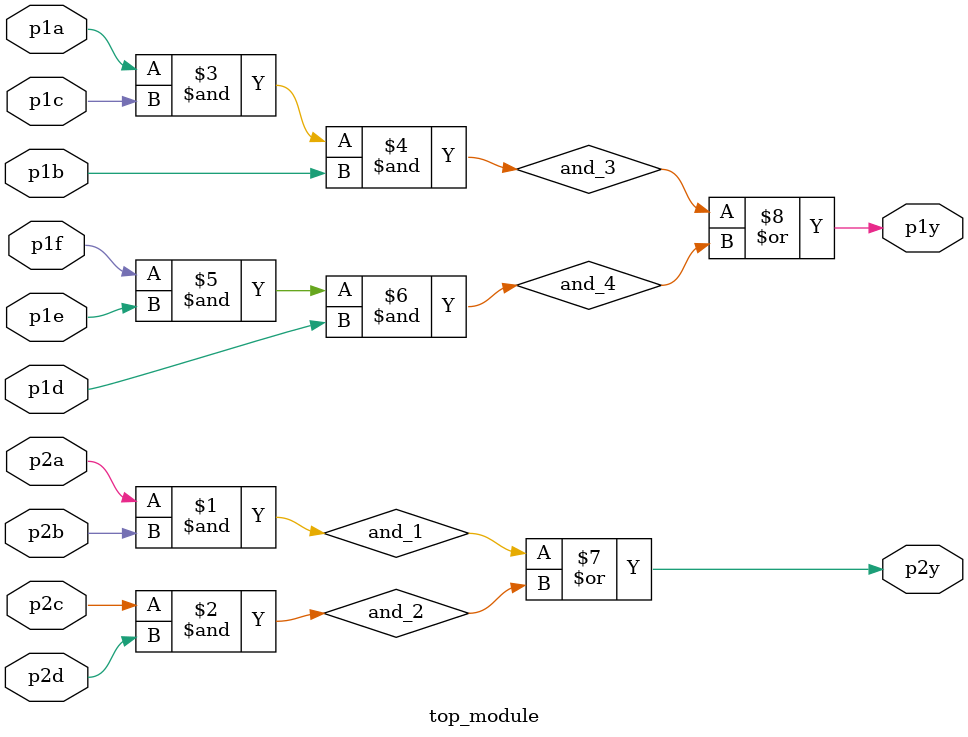
<source format=v>
module top_module ( 
    input p1a, p1b, p1c, p1d, p1e, p1f,
    output p1y,
    input p2a, p2b, p2c, p2d,
    output p2y );
	wire and_1, and_2, and_3, and_4;
    assign and_1 = p2a&p2b; //1st AND
    assign and_2 = p2c&p2d; //2nd AND
    assign and_3 = p1a&p1c&p1b; //3rd AND
    assign and_4 = p1f&p1e&p1d; //4th AND
    assign p2y = and_1 | and_2; //feed the AND's to an OR gate
    assign p1y = and_3 | and_4;
    

endmodule
</source>
